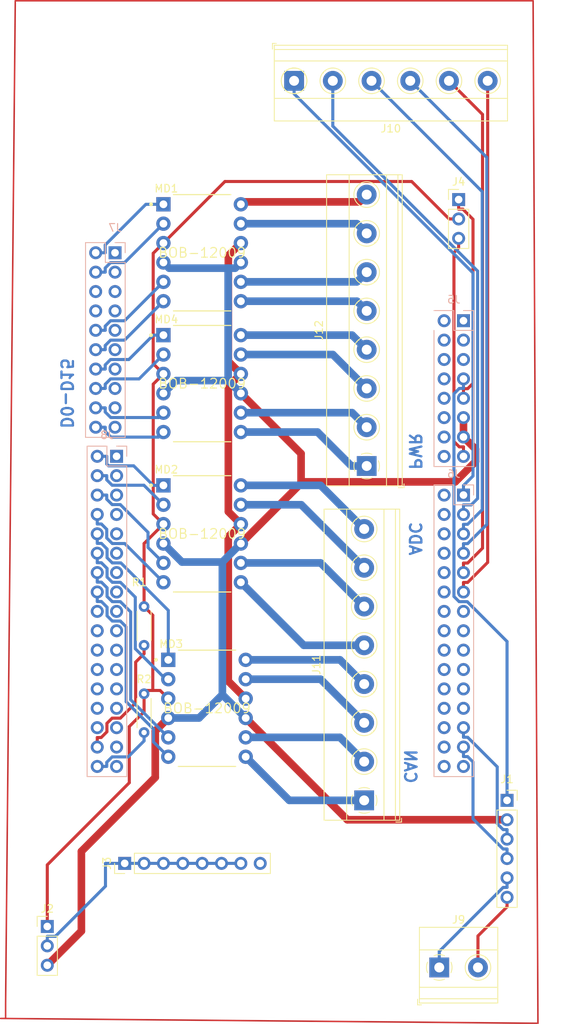
<source format=kicad_pcb>
(kicad_pcb (version 20211014) (generator pcbnew)
  (layers (0 "F.Cu" signal) (31 "B.Cu" signal) (34 "B.Paste" user) (35 "F.Paste" user) (36 "B.SilkS" user "B.Silkscreen") (37 "F.SilkS" user "F.Silkscreen") (38 "B.Mask" user) (39 "F.Mask" user) (44 "Edge.Cuts" user))
  (net 0 "")
  (net 1 "DI_13")
  (net 2 "DI_12")
  (net 3 "DI_15")
  (net 4 "DI_14")
  (net 5 "+3V3")
  (net 6 "GND")
  (net 7 "CAN_RD")
  (net 8 "CAN_TD")
  (net 9 "CAN_High")
  (net 10 "CAN_Low")
  (net 11 "+5V")
  (net 12 "AI_1")
  (net 13 "AI_2")
  (net 14 "AI_3")
  (net 15 "AI_4")
  (net 16 "AI_5")
  (net 17 "AI_6")
  (net 18 "DI_8")
  (net 19 "DI_9")
  (net 20 "DI_10")
  (net 21 "DI_11")
  (net 22 "SDA_2")
  (net 23 "SCL_2")
  (net 24 "Net-(J2-Pad2)")
  (net 25 "Net-(J4-Pad1)")
  (net 26 "Net-(J4-Pad3)")
  (net 29 "DI_0")
  (net 30 "DI_1")
  (net 31 "DI_2")
  (net 32 "DI_3")
  (net 33 "DI_4")
  (net 34 "DI_5")
  (net 35 "DI_6")
  (net 36 "DI_7")
  (net 37 "DI_Ext_8")
  (net 38 "DI_Ext_9")
  (net 39 "DI_Ext_10")
  (net 40 "DI_Ext_11")
  (net 41 "DI_Ext_12")
  (net 42 "DI_Ext_13")
  (net 43 "DI_Ext_14")
  (net 44 "DI_Ext_15")
  (net 45 "DI_Ext_0")
  (net 46 "DI_Ext_1")
  (net 47 "DI_Ext_2")
  (net 48 "DI_Ext_3")
  (net 49 "DI_Ext_4")
  (net 50 "DI_Ext_5")
  (net 51 "DI_Ext_6")
  (net 52 "DI_Ext_7")
  (net 53 "+12V")
  (footprint "TerminalBlock_Phoenix:TerminalBlock_Phoenix_MKDS-1,5-8-5.08_1x08_P5.08mm_Horizontal" (layer "F.Cu") (at 232.08 124.46 90)
    (fp_text reference "J11")
    (fp_text value "Screw_Terminal_01x08_GPIO_HV")
  )
  (footprint "Resistor_THT:R_Axial_DIN0204_L3.6mm_D1.6mm_P5.08mm_Horizontal" (layer "F.Cu") (at 203.2 99.06 -90)
    (fp_text reference "R1")
    (fp_text value "10k")
  )
  (footprint "TerminalBlock_Phoenix:TerminalBlock_Phoenix_MKDS-1,5-8-5.08_1x08_P5.08mm_Horizontal" (layer "F.Cu") (at 232.41 80.645 90)
    (fp_text reference "J12")
    (fp_text value "Screw_Terminal_01x08_GPIO_HV")
  )
  (footprint "Resistor_THT:R_Axial_DIN0204_L3.6mm_D1.6mm_P5.08mm_Horizontal" (layer "F.Cu") (at 203.2 110.49 -90)
    (fp_text reference "R2")
    (fp_text value "10k")
  )
  (footprint "TerminalBlock_Phoenix:TerminalBlock_Phoenix_MKDS-1,5-6-5.08_1x06_P5.08mm_Horizontal" (layer "F.Cu") (at 248.285 30.175 180)
    (fp_text reference "J10")
    (fp_text value "Screw_Terminal_01x06_ADC")
  )
  (footprint "Connector_PinSocket_2.54mm:PinSocket_1x06_P2.54mm_Vertical" (layer "F.Cu") (at 250.825 124.46)
    (fp_text reference "J1")
    (fp_text value "Conn_01x06_trans_can")
  )
  (footprint "eec:SparkFun-BOB-12009-MFG" (layer "F.Cu") (at 211.455 112.395)
    (fp_text reference "MD3")
    (fp_text value "BOB-12009")
  )
  (footprint "TerminalBlock_Phoenix:TerminalBlock_Phoenix_MKDS-1,5-2-5.08_1x02_P5.08mm_Horizontal" (layer "F.Cu") (at 241.93 146.355)
    (fp_text reference "J9")
    (fp_text value "Screw_Terminal_01x02_CAN")
  )
  (footprint "Connector_PinHeader_2.54mm:PinHeader_1x03_P2.54mm_Vertical" (layer "F.Cu") (at 244.475 45.735)
    (fp_text reference "J4")
    (fp_text value "Conn_01x03")
  )
  (footprint "eec:SparkFun-BOB-12009-MFG" (layer "F.Cu") (at 210.82 69.85)
    (fp_text reference "MD4")
    (fp_text value "BOB-12009")
  )
  (footprint "eec:SparkFun-BOB-12009-MFG" (layer "F.Cu") (at 210.82 52.705)
    (fp_text reference "MD1")
    (fp_text value "BOB-12009")
  )
  (footprint "Connector_PinHeader_2.54mm:PinHeader_1x03_P2.54mm_Vertical" (layer "F.Cu") (at 190.5 140.985)
    (fp_text reference "J2")
    (fp_text value "Conn_01x03")
  )
  (footprint "eec:SparkFun-BOB-12009-MFG" (layer "F.Cu") (at 210.82 89.535)
    (fp_text reference "MD2")
    (fp_text value "BOB-12009")
  )
  (footprint "Connector_PinHeader_2.54mm:PinHeader_1x08_P2.54mm_Vertical" (layer "F.Cu") (at 200.66 132.715 90)
    (fp_text reference "J3")
    (fp_text value "Conn_01x08_switchs")
  )
  (footprint "Connector_PinSocket_2.54mm:PinSocket_2x08_P2.54mm_Vertical" (layer "B.Cu") (at 242.57 61.61 180)
    (fp_text reference "J5")
    (fp_text value "Conn_02x08_NUCLEO-PWR")
  )
  (footprint "Connector_PinSocket_2.54mm:PinSocket_2x10_P2.54mm_Vertical" (layer "B.Cu") (at 198.12 52.451 180)
    (fp_text reference "J7")
    (fp_text value "Conn_02x10_D8-D15")
  )
  (footprint "Connector_PinSocket_2.54mm:PinSocket_2x17_P2.54mm_Vertical" (layer "B.Cu") (at 196.215 79.375 180)
    (fp_text reference "J8")
    (fp_text value "Conn_02x17_I2C_D0-D7")
  )
  (footprint "Connector_PinSocket_2.54mm:PinSocket_2x15_P2.54mm_Vertical" (layer "B.Cu") (at 242.57 84.455 180)
    (fp_text reference "J6")
    (fp_text value "Conn_02x15_CAN_AN1_AN6")
  )
  (gr_poly (pts (xy 254.88099 153.67) (xy 184.39599 153.035) (xy 185.03099 153.035) (xy 185.03099 151.13) (xy 186.30099 19.685) (xy 254.24599 19.685)) (layer "F.Cu") (width 0.2) (fill none))
  (gr_text "D0-D15" (at 193.04 71.12 -90) (layer "B.Cu") (effects (font (size 1.5 1.5) (thickness 0.3)) (justify mirror)))
  (gr_text "ADC\n" (at 238.76 90.17 -90) (layer "B.Cu") (effects (font (size 1.5 1.5) (thickness 0.3)) (justify mirror)))
  (gr_text "PWR\n" (at 238.76 78.74 -90) (layer "B.Cu") (effects (font (size 1.5 1.5) (thickness 0.3)) (justify mirror)))
  (gr_text "CAN" (at 238.125 120.015 -90) (layer "B.Cu") (effects (font (size 1.5 1.5) (thickness 0.3)) (justify mirror)))
  (segment (start 198.1003 62.865) (end 198.1003 62.3179) (width 0.4) (layer "B.Cu") (net 1))
  (segment (start 198.8035 61.6147) (end 200.6403 61.6147) (width 0.4) (layer "B.Cu") (net 1))
  (segment (start 198.1003 62.3179) (end 198.8035 61.6147) (width 0.4) (layer "B.Cu") (net 1))
  (segment (start 196.85 62.865) (end 198.1003 62.865) (width 0.4) (layer "B.Cu") (net 1))
  (segment (start 200.6403 61.6147) (end 205.74 56.515) (width 0.4) (layer "B.Cu") (net 1))
  (segment (start 196.85 65.405) (end 198.1003 65.405) (width 0.4) (layer "B.Cu") (net 2))
  (segment (start 200.6403 64.1547) (end 205.74 59.055) (width 0.4) (layer "B.Cu") (net 2))
  (segment (start 198.8035 64.1547) (end 200.6403 64.1547) (width 0.4) (layer "B.Cu") (net 2))
  (segment (start 198.1003 64.8579) (end 198.8035 64.1547) (width 0.4) (layer "B.Cu") (net 2))
  (segment (start 198.1003 65.405) (end 198.1003 64.8579) (width 0.4) (layer "B.Cu") (net 2))
  (segment (start 203.4344 46.355) (end 205.74 46.355) (width 0.4) (layer "B.Cu") (net 3))
  (segment (start 196.85 52.705) (end 198.1003 52.705) (width 0.4) (layer "B.Cu") (net 3))
  (segment (start 198.1003 52.705) (end 198.1003 51.6891) (width 0.4) (layer "B.Cu") (net 3))
  (segment (start 198.1003 51.6891) (end 203.4344 46.355) (width 0.4) (layer "B.Cu") (net 3))
  (segment (start 198.1003 54.6979) (end 198.8035 53.9947) (width 0.4) (layer "B.Cu") (net 4))
  (segment (start 198.8035 53.9947) (end 200.6403 53.9947) (width 0.4) (layer "B.Cu") (net 4))
  (segment (start 200.6403 53.9947) (end 205.74 48.895) (width 0.4) (layer "B.Cu") (net 4))
  (segment (start 198.1003 55.245) (end 198.1003 54.6979) (width 0.4) (layer "B.Cu") (net 4))
  (segment (start 196.85 55.245) (end 198.1003 55.245) (width 0.4) (layer "B.Cu") (net 4))
  (segment (start 245.6082 98.425) (end 250.825 103.6418) (width 0.4) (layer "B.Cu") (net 5))
  (segment (start 244.563 70.4803) (end 243.8596 71.1837) (width 0.4) (layer "B.Cu") (net 5))
  (segment (start 250.825 103.6418) (end 250.825 124.46) (width 0.4) (layer "B.Cu") (net 5))
  (segment (start 243.8596 71.1837) (end 243.8596 97.7408) (width 0.4) (layer "B.Cu") (net 5))
  (segment (start 245.11 69.23) (end 245.11 70.4803) (width 0.4) (layer "B.Cu") (net 5))
  (segment (start 244.5438 98.425) (end 245.6082 98.425) (width 0.4) (layer "B.Cu") (net 5))
  (segment (start 243.8596 97.7408) (end 244.5438 98.425) (width 0.4) (layer "B.Cu") (net 5))
  (segment (start 245.11 70.4803) (end 244.563 70.4803) (width 0.4) (layer "B.Cu") (net 5))
  (segment (start 229.87 127) (end 250.825 127) (width 1) (layer "F.Cu") (net 6))
  (segment (start 194.9763 141.5887) (end 194.9763 131.1439) (width 1) (layer "F.Cu") (net 6))
  (segment (start 215.9 90.805) (end 223.8004 82.9046) (width 1) (layer "F.Cu") (net 6))
  (segment (start 223.8004 82.7267) (end 244.0287 82.7267) (width 1) (layer "F.Cu") (net 6))
  (segment (start 204.6675 121.4527) (end 204.6675 115.3725) (width 1) (layer "F.Cu") (net 6))
  (segment (start 190.5 146.065) (end 194.9763 141.5887) (width 1) (layer "F.Cu") (net 6))
  (segment (start 216.535 113.665) (end 229.87 127) (width 1) (layer "F.Cu") (net 6))
  (segment (start 246.6979 78.4379) (end 245.11 76.85) (width 1) (layer "F.Cu") (net 6))
  (segment (start 204.6675 115.3725) (end 206.375 113.665) (width 1) (layer "F.Cu") (net 6))
  (segment (start 245.11 74.31) (end 245.11 75.8603) (width 1) (layer "F.Cu") (net 6))
  (segment (start 246.6979 80.0575) (end 246.6979 78.4379) (width 1) (layer "F.Cu") (net 6))
  (segment (start 244.0287 82.7267) (end 246.6979 80.0575) (width 1) (layer "F.Cu") (net 6))
  (segment (start 194.9763 131.1439) (end 204.6675 121.4527) (width 1) (layer "F.Cu") (net 6))
  (segment (start 245.11 76.85) (end 245.11 75.8603) (width 1) (layer "F.Cu") (net 6))
  (segment (start 223.8004 82.7267) (end 223.8004 79.0204) (width 1) (layer "F.Cu") (net 6))
  (segment (start 223.8004 79.0204) (end 215.9 71.12) (width 1) (layer "F.Cu") (net 6))
  (segment (start 223.8004 82.9046) (end 223.8004 82.7267) (width 1) (layer "F.Cu") (net 6))
  (segment (start 213.4749 93.2301) (end 215.9 90.805) (width 1) (layer "B.Cu") (net 6))
  (segment (start 208.1651 93.2301) (end 213.4749 93.2301) (width 1) (layer "B.Cu") (net 6))
  (segment (start 206.4899 54.7249) (end 205.74 53.975) (width 1) (layer "B.Cu") (net 6))
  (segment (start 215.9 71.12) (end 214.2331 69.4531) (width 1) (layer "B.Cu") (net 6))
  (segment (start 210.4148 113.665) (end 213.4749 110.6049) (width 1) (layer "B.Cu") (net 6))
  (segment (start 214.2331 69.4531) (end 214.2331 54.7249) (width 1) (layer "B.Cu") (net 6))
  (segment (start 213.4749 110.6049) (end 216.535 113.665) (width 1) (layer "B.Cu") (net 6))
  (segment (start 207.4069 69.4531) (end 205.74 71.12) (width 1) (layer "B.Cu") (net 6))
  (segment (start 213.4749 93.2301) (end 213.4749 110.6049) (width 1) (layer "B.Cu") (net 6))
  (segment (start 214.2331 54.7249) (end 206.4899 54.7249) (width 1) (layer "B.Cu") (net 6))
  (segment (start 214.2331 69.4531) (end 207.4069 69.4531) (width 1) (layer "B.Cu") (net 6))
  (segment (start 215.1501 54.7249) (end 214.2331 54.7249) (width 1) (layer "B.Cu") (net 6))
  (segment (start 215.9 53.975) (end 215.1501 54.7249) (width 1) (layer "B.Cu") (net 6))
  (segment (start 206.375 113.665) (end 210.4148 113.665) (width 1) (layer "B.Cu") (net 6))
  (segment (start 205.74 90.805) (end 208.1651 93.2301) (width 1) (layer "B.Cu") (net 6))
  (segment (start 245.11 114.935) (end 245.11 116.1853) (width 0.4) (layer "B.Cu") (net 7))
  (segment (start 249.5354 127.5182) (end 250.3069 128.2897) (width 0.4) (layer "B.Cu") (net 7))
  (segment (start 245.11 116.1853) (end 245.657 116.1853) (width 0.4) (layer "B.Cu") (net 7))
  (segment (start 245.657 116.1853) (end 249.5354 120.0637) (width 0.4) (layer "B.Cu") (net 7))
  (segment (start 250.3069 128.2897) (end 250.825 128.2897) (width 0.4) (layer "B.Cu") (net 7))
  (segment (start 250.825 129.54) (end 250.825 128.2897) (width 0.4) (layer "B.Cu") (net 7))
  (segment (start 249.5354 120.0637) (end 249.5354 127.5182) (width 0.4) (layer "B.Cu") (net 7))
  (segment (start 245.11 118.7253) (end 245.6571 118.7253) (width 0.4) (layer "B.Cu") (net 8))
  (segment (start 250.3069 130.8297) (end 250.825 130.8297) (width 0.4) (layer "B.Cu") (net 8))
  (segment (start 245.11 117.475) (end 245.11 118.7253) (width 0.4) (layer "B.Cu") (net 8))
  (segment (start 250.825 132.08) (end 250.825 130.8297) (width 0.4) (layer "B.Cu") (net 8))
  (segment (start 246.3603 119.4285) (end 246.3603 126.8831) (width 0.4) (layer "B.Cu") (net 8))
  (segment (start 246.3603 126.8831) (end 250.3069 130.8297) (width 0.4) (layer "B.Cu") (net 8))
  (segment (start 245.6571 118.7253) (end 246.3603 119.4285) (width 0.4) (layer "B.Cu") (net 8))
  (segment (start 250.825 134.62) (end 250.825 135.8703) (width 0.4) (layer "B.Cu") (net 9))
  (segment (start 250.3069 135.8703) (end 250.825 135.8703) (width 0.4) (layer "B.Cu") (net 9))
  (segment (start 241.93 144.2472) (end 250.3069 135.8703) (width 0.4) (layer "B.Cu") (net 9))
  (segment (start 241.93 146.355) (end 241.93 144.2472) (width 0.4) (layer "B.Cu") (net 9))
  (segment (start 250.825 137.16) (end 250.825 138.4103) (width 0.4) (layer "F.Cu") (net 10))
  (segment (start 247.01 142.2253) (end 250.825 138.4103) (width 0.4) (layer "F.Cu") (net 10))
  (segment (start 247.01 146.355) (end 247.01 142.2253) (width 0.4) (layer "F.Cu") (net 10))
  (segment (start 204.3996 86.9246) (end 204.3996 69.9204) (width 0.4) (layer "F.Cu") (net 11))
  (segment (start 203.2 99.06) (end 204.3466 100.2066) (width 0.4) (layer "F.Cu") (net 11))
  (segment (start 213.8081 43.3669) (end 238.3166 43.3669) (width 0.4) (layer "F.Cu") (net 11))
  (segment (start 190.5 132.9129) (end 201.2602 122.1527) (width 0.4) (layer "F.Cu") (net 11))
  (segment (start 205.3075 110.0575) (end 206.375 111.125) (width 0.4) (layer "F.Cu") (net 11))
  (segment (start 203.2 112.8441) (end 203.2 110.49) (width 0.4) (layer "F.Cu") (net 11))
  (segment (start 204.3996 69.9204) (end 205.74 68.58) (width 0.4) (layer "F.Cu") (net 11))
  (segment (start 244.475 48.275) (end 243.2247 48.275) (width 0.4) (layer "F.Cu") (net 11))
  (segment (start 201.2602 122.1527) (end 201.2602 114.7839) (width 0.4) (layer "F.Cu") (net 11))
  (segment (start 205.74 88.265) (end 204.3996 86.9246) (width 0.4) (layer "F.Cu") (net 11))
  (segment (start 238.3166 43.3669) (end 243.2247 48.275) (width 0.4) (layer "F.Cu") (net 11))
  (segment (start 203.6325 110.0575) (end 204.3466 110.0575) (width 0.4) (layer "F.Cu") (net 11))
  (segment (start 204.3948 67.2348) (end 204.3948 52.7802) (width 0.4) (layer "F.Cu") (net 11))
  (segment (start 203.2 110.49) (end 203.6325 110.0575) (width 0.4) (layer "F.Cu") (net 11))
  (segment (start 190.5 140.985) (end 190.5 132.9129) (width 0.4) (layer "F.Cu") (net 11))
  (segment (start 203.2 90.805) (end 205.74 88.265) (width 0.4) (layer "F.Cu") (net 11))
  (segment (start 204.3466 100.2066) (end 204.3466 110.0575) (width 0.4) (layer "F.Cu") (net 11))
  (segment (start 203.2 99.06) (end 203.2 90.805) (width 0.4) (layer "F.Cu") (net 11))
  (segment (start 205.74 51.435) (end 213.8081 43.3669) (width 0.4) (layer "F.Cu") (net 11))
  (segment (start 205.74 68.58) (end 204.3948 67.2348) (width 0.4) (layer "F.Cu") (net 11))
  (segment (start 201.2602 114.7839) (end 203.2 112.8441) (width 0.4) (layer "F.Cu") (net 11))
  (segment (start 204.3466 110.0575) (end 205.3075 110.0575) (width 0.4) (layer "F.Cu") (net 11))
  (segment (start 204.3948 52.7802) (end 205.74 51.435) (width 0.4) (layer "F.Cu") (net 11))
  (segment (start 222.885 31.8753) (end 246.3604 55.3507) (width 0.4) (layer "B.Cu") (net 12))
  (segment (start 246.3604 81.9543) (end 245.11 83.2047) (width 0.4) (layer "B.Cu") (net 12))
  (segment (start 222.885 30.175) (end 222.885 31.8753) (width 0.4) (layer "B.Cu") (net 12))
  (segment (start 246.3604 55.3507) (end 246.3604 81.9543) (width 0.4) (layer "B.Cu") (net 12))
  (segment (start 245.11 84.455) (end 245.11 83.2047) (width 0.4) (layer "B.Cu") (net 12))
  (segment (start 246.1259 85.7447) (end 246.966 84.9046) (width 0.4) (layer "B.Cu") (net 13))
  (segment (start 245.11 86.995) (end 245.11 85.7447) (width 0.4) (layer "B.Cu") (net 13))
  (segment (start 227.965 36.1062) (end 227.965 30.175) (width 0.4) (layer "B.Cu") (net 13))
  (segment (start 246.966 84.9046) (end 246.966 55.1072) (width 0.4) (layer "B.Cu") (net 13))
  (segment (start 246.966 55.1072) (end 227.965 36.1062) (width 0.4) (layer "B.Cu") (net 13))
  (segment (start 245.11 85.7447) (end 246.1259 85.7447) (width 0.4) (layer "B.Cu") (net 13))
  (segment (start 245.11 89.535) (end 245.11 88.2847) (width 0.4) (layer "B.Cu") (net 14))
  (segment (start 245.11 88.2847) (end 245.657 88.2847) (width 0.4) (layer "B.Cu") (net 14))
  (segment (start 247.5664 86.3753) (end 247.5664 44.6964) (width 0.4) (layer "B.Cu") (net 14))
  (segment (start 245.657 88.2847) (end 247.5664 86.3753) (width 0.4) (layer "B.Cu") (net 14))
  (segment (start 247.5664 44.6964) (end 233.045 30.175) (width 0.4) (layer "B.Cu") (net 14))
  (segment (start 245.657 90.8247) (end 248.1667 88.315) (width 0.4) (layer "B.Cu") (net 15))
  (segment (start 245.11 92.075) (end 245.11 90.8247) (width 0.4) (layer "B.Cu") (net 15))
  (segment (start 248.1667 88.315) (end 248.1667 40.2167) (width 0.4) (layer "B.Cu") (net 15))
  (segment (start 245.11 90.8247) (end 245.657 90.8247) (width 0.4) (layer "B.Cu") (net 15))
  (segment (start 248.1667 40.2167) (end 238.125 30.175) (width 0.4) (layer "B.Cu") (net 15))
  (segment (start 247.6098 91.4119) (end 247.6098 34.5798) (width 0.4) (layer "F.Cu") (net 16))
  (segment (start 247.6098 34.5798) (end 243.205 30.175) (width 0.4) (layer "F.Cu") (net 16))
  (segment (start 245.11 93.3647) (end 245.657 93.3647) (width 0.4) (layer "F.Cu") (net 16))
  (segment (start 245.11 94.615) (end 245.11 93.3647) (width 0.4) (layer "F.Cu") (net 16))
  (segment (start 245.657 93.3647) (end 247.6098 91.4119) (width 0.4) (layer "F.Cu") (net 16))
  (segment (start 245.657 95.9047) (end 248.285 93.2767) (width 0.4) (layer "F.Cu") (net 17))
  (segment (start 245.11 97.155) (end 245.11 95.9047) (width 0.4) (layer "F.Cu") (net 17))
  (segment (start 245.11 95.9047) (end 245.657 95.9047) (width 0.4) (layer "F.Cu") (net 17))
  (segment (start 248.285 93.2767) (end 248.285 30.175) (width 0.4) (layer "F.Cu") (net 17))
  (segment (start 198.1003 75.565) (end 198.1003 76.112) (width 0.4) (layer "B.Cu") (net 18))
  (segment (start 205.0784 76.8616) (end 205.74 76.2) (width 0.4) (layer "B.Cu") (net 18))
  (segment (start 196.85 75.565) (end 198.1003 75.565) (width 0.4) (layer "B.Cu") (net 18))
  (segment (start 198.8499 76.8616) (end 205.0784 76.8616) (width 0.4) (layer "B.Cu") (net 18))
  (segment (start 198.1003 76.112) (end 198.8499 76.8616) (width 0.4) (layer "B.Cu") (net 18))
  (segment (start 205.105 74.295) (end 205.74 73.66) (width 0.4) (layer "B.Cu") (net 19))
  (segment (start 198.1003 73.025) (end 198.1003 73.572) (width 0.4) (layer "B.Cu") (net 19))
  (segment (start 198.1003 73.572) (end 198.8233 74.295) (width 0.4) (layer "B.Cu") (net 19))
  (segment (start 198.8233 74.295) (end 205.105 74.295) (width 0.4) (layer "B.Cu") (net 19))
  (segment (start 196.85 73.025) (end 198.1003 73.025) (width 0.4) (layer "B.Cu") (net 19))
  (segment (start 198.1003 70.485) (end 198.1003 69.9379) (width 0.4) (layer "B.Cu") (net 20))
  (segment (start 196.85 70.485) (end 198.1003 70.485) (width 0.4) (layer "B.Cu") (net 20))
  (segment (start 202.5453 69.2347) (end 205.74 66.04) (width 0.4) (layer "B.Cu") (net 20))
  (segment (start 198.8035 69.2347) (end 202.5453 69.2347) (width 0.4) (layer "B.Cu") (net 20))
  (segment (start 198.1003 69.9379) (end 198.8035 69.2347) (width 0.4) (layer "B.Cu") (net 20))
  (segment (start 205.74 63.5) (end 204.3997 63.5) (width 0.4) (layer "B.Cu") (net 21))
  (segment (start 196.85 67.945) (end 198.1003 67.945) (width 0.4) (layer "B.Cu") (net 21))
  (segment (start 198.8035 66.6947) (end 201.205 66.6947) (width 0.4) (layer "B.Cu") (net 21))
  (segment (start 198.1003 67.945) (end 198.1003 67.3979) (width 0.4) (layer "B.Cu") (net 21))
  (segment (start 198.1003 67.3979) (end 198.8035 66.6947) (width 0.4) (layer "B.Cu") (net 21))
  (segment (start 201.205 66.6947) (end 204.3997 63.5) (width 0.4) (layer "B.Cu") (net 21))
  (segment (start 203.2 115.57) (end 203.2 116.6703) (width 0.4) (layer "B.Cu") (net 22))
  (segment (start 198.3053 119.4679) (end 199.0085 118.7647) (width 0.4) (layer "B.Cu") (net 22))
  (segment (start 201.1056 118.7647) (end 203.2 116.6703) (width 0.4) (layer "B.Cu") (net 22))
  (segment (start 198.3053 120.015) (end 198.3053 119.4679) (width 0.4) (layer "B.Cu") (net 22))
  (segment (start 199.0085 118.7647) (end 201.1056 118.7647) (width 0.4) (layer "B.Cu") (net 22))
  (segment (start 197.055 120.015) (end 198.3053 120.015) (width 0.4) (layer "B.Cu") (net 22))
  (segment (start 198.325 115.4728) (end 197.5731 116.2247) (width 0.4) (layer "F.Cu") (net 23))
  (segment (start 200.0917 113.6846) (end 199.0092 113.6846) (width 0.4) (layer "F.Cu") (net 23))
  (segment (start 202.0997 106.3406) (end 202.0997 111.6766) (width 0.4) (layer "F.Cu") (net 23))
  (segment (start 197.5731 116.2247) (end 197.055 116.2247) (width 0.4) (layer "F.Cu") (net 23))
  (segment (start 198.325 114.3688) (end 198.325 115.4728) (width 0.4) (layer "F.Cu") (net 23))
  (segment (start 199.0092 113.6846) (end 198.325 114.3688) (width 0.4) (layer "F.Cu") (net 23))
  (segment (start 203.2 105.2403) (end 202.0997 106.3406) (width 0.4) (layer "F.Cu") (net 23))
  (segment (start 197.055 117.475) (end 197.055 116.2247) (width 0.4) (layer "F.Cu") (net 23))
  (segment (start 202.0997 111.6766) (end 200.0917 113.6846) (width 0.4) (layer "F.Cu") (net 23))
  (segment (start 203.2 104.14) (end 203.2 105.2403) (width 0.4) (layer "F.Cu") (net 23))
  (segment (start 210.835 132.715) (end 208.295 132.715) (width 0.4) (layer "B.Cu") (net 24))
  (segment (start 215.915 132.715) (end 213.375 132.715) (width 0.4) (layer "B.Cu") (net 24))
  (segment (start 198.135 135.707) (end 191.5673 142.2747) (width 0.4) (layer "B.Cu") (net 24))
  (segment (start 200.675 132.715) (end 198.135 132.715) (width 0.4) (layer "B.Cu") (net 24))
  (segment (start 213.375 132.715) (end 210.835 132.715) (width 0.4) (layer "B.Cu") (net 24))
  (segment (start 208.295 132.715) (end 205.755 132.715) (width 0.4) (layer "B.Cu") (net 24))
  (segment (start 190.5 143.525) (end 190.5 142.2747) (width 0.4) (layer "B.Cu") (net 24))
  (segment (start 198.135 132.715) (end 198.135 135.707) (width 0.4) (layer "B.Cu") (net 24))
  (segment (start 205.755 132.715) (end 203.215 132.715) (width 0.4) (layer "B.Cu") (net 24))
  (segment (start 203.215 132.715) (end 200.675 132.715) (width 0.4) (layer "B.Cu") (net 24))
  (segment (start 191.5673 142.2747) (end 190.5 142.2747) (width 0.4) (layer "B.Cu") (net 24))
  (segment (start 244.475 45.735) (end 244.475 46.9853) (width 0.4) (layer "F.Cu") (net 25))
  (segment (start 245.11 70.5197) (end 245.657 70.5197) (width 0.4) (layer "F.Cu") (net 25))
  (segment (start 245.657 70.5197) (end 246.3606 69.8161) (width 0.4) (layer "F.Cu") (net 25))
  (segment (start 246.3606 48.3239) (end 245.022 46.9853) (width 0.4) (layer "F.Cu") (net 25))
  (segment (start 246.3606 69.8161) (end 246.3606 48.3239) (width 0.4) (layer "F.Cu") (net 25))
  (segment (start 245.022 46.9853) (end 244.475 46.9853) (width 0.4) (layer "F.Cu") (net 25))
  (segment (start 245.11 71.77) (end 245.11 70.5197) (width 0.4) (layer "F.Cu") (net 25))
  (segment (start 245.11 79.39) (end 245.11 78.1397) (width 0.4) (layer "F.Cu") (net 26))
  (segment (start 243.8596 52.6807) (end 244.475 52.0653) (width 0.4) (layer "F.Cu") (net 26))
  (segment (start 244.475 50.815) (end 244.475 52.0653) (width 0.4) (layer "F.Cu") (net 26))
  (segment (start 243.8596 77.4363) (end 243.8596 52.6807) (width 0.4) (layer "F.Cu") (net 26))
  (segment (start 245.11 78.1397) (end 244.563 78.1397) (width 0.4) (layer "F.Cu") (net 26))
  (segment (start 244.563 78.1397) (end 243.8596 77.4363) (width 0.4) (layer "F.Cu") (net 26))
  (segment (start 198.3446 100.2808) (end 199.0288 100.965) (width 0.4) (layer "B.Cu") (net 29))
  (segment (start 200.0932 100.965) (end 200.8453 101.7171) (width 0.4) (layer "B.Cu") (net 29))
  (segment (start 204.4332 115.1123) (end 204.4332 116.8032) (width 0.4) (layer "B.Cu") (net 29))
  (segment (start 199.0288 100.965) (end 200.0932 100.965) (width 0.4) (layer "B.Cu") (net 29))
  (segment (start 200.8453 101.7171) (end 200.8453 111.5244) (width 0.4) (layer "B.Cu") (net 29))
  (segment (start 200.8453 111.5244) (end 204.4332 115.1123) (width 0.4) (layer "B.Cu") (net 29))
  (segment (start 197.6011 98.4053) (end 198.3446 99.1488) (width 0.4) (layer "B.Cu") (net 29))
  (segment (start 198.3446 99.1488) (end 198.3446 100.2808) (width 0.4) (layer "B.Cu") (net 29))
  (segment (start 204.4332 116.8032) (end 206.375 118.745) (width 0.4) (layer "B.Cu") (net 29))
  (segment (start 197.055 98.4053) (end 197.6011 98.4053) (width 0.4) (layer "B.Cu") (net 29))
  (segment (start 197.055 97.155) (end 197.055 98.4053) (width 0.4) (layer "B.Cu") (net 29))
  (segment (start 201.4457 99.7775) (end 200.0932 98.425) (width 0.4) (layer "B.Cu") (net 30))
  (segment (start 206.375 116.205) (end 201.4457 111.2757) (width 0.4) (layer "B.Cu") (net 30))
  (segment (start 199.0288 98.425) (end 198.3446 97.7408) (width 0.4) (layer "B.Cu") (net 30))
  (segment (start 198.3446 96.6088) (end 197.6011 95.8653) (width 0.4) (layer "B.Cu") (net 30))
  (segment (start 197.055 94.615) (end 197.055 95.8653) (width 0.4) (layer "B.Cu") (net 30))
  (segment (start 198.3446 97.7408) (end 198.3446 96.6088) (width 0.4) (layer "B.Cu") (net 30))
  (segment (start 201.4457 111.2757) (end 201.4457 99.7775) (width 0.4) (layer "B.Cu") (net 30))
  (segment (start 200.0932 98.425) (end 199.0288 98.425) (width 0.4) (layer "B.Cu") (net 30))
  (segment (start 197.6011 95.8653) (end 197.055 95.8653) (width 0.4) (layer "B.Cu") (net 30))
  (segment (start 202.046 97.8378) (end 200.0932 95.885) (width 0.4) (layer "B.Cu") (net 31))
  (segment (start 200.0932 95.885) (end 199.0288 95.885) (width 0.4) (layer "B.Cu") (net 31))
  (segment (start 202.046 104.5865) (end 202.046 97.8378) (width 0.4) (layer "B.Cu") (net 31))
  (segment (start 198.3446 94.0688) (end 197.6011 93.3253) (width 0.4) (layer "B.Cu") (net 31))
  (segment (start 198.3446 95.2008) (end 198.3446 94.0688) (width 0.4) (layer "B.Cu") (net 31))
  (segment (start 197.6011 93.3253) (end 197.055 93.3253) (width 0.4) (layer "B.Cu") (net 31))
  (segment (start 206.375 108.585) (end 206.0445 108.585) (width 0.4) (layer "B.Cu") (net 31))
  (segment (start 199.0288 95.885) (end 198.3446 95.2008) (width 0.4) (layer "B.Cu") (net 31))
  (segment (start 197.055 92.075) (end 197.055 93.3253) (width 0.4) (layer "B.Cu") (net 31))
  (segment (start 206.0445 108.585) (end 202.046 104.5865) (width 0.4) (layer "B.Cu") (net 31))
  (segment (start 197.055 90.7853) (end 197.6075 90.7853) (width 0.4) (layer "B.Cu") (net 32))
  (segment (start 200.1591 93.345) (end 206.375 99.5609) (width 0.4) (layer "B.Cu") (net 32))
  (segment (start 197.055 89.535) (end 197.055 90.7853) (width 0.4) (layer "B.Cu") (net 32))
  (segment (start 206.375 99.5609) (end 206.375 106.045) (width 0.4) (layer "B.Cu") (net 32))
  (segment (start 199.0288 93.345) (end 200.1591 93.345) (width 0.4) (layer "B.Cu") (net 32))
  (segment (start 197.6075 90.7853) (end 198.3446 91.5224) (width 0.4) (layer "B.Cu") (net 32))
  (segment (start 198.3446 91.5224) (end 198.3446 92.6608) (width 0.4) (layer "B.Cu") (net 32))
  (segment (start 198.3446 92.6608) (end 199.0288 93.345) (width 0.4) (layer "B.Cu") (net 32))
  (segment (start 200.66 90.805) (end 205.74 95.885) (width 0.4) (layer "B.Cu") (net 33))
  (segment (start 198.3053 88.9485) (end 198.3053 90.0815) (width 0.4) (layer "B.Cu") (net 33))
  (segment (start 197.055 86.995) (end 197.055 88.2453) (width 0.4) (layer "B.Cu") (net 33))
  (segment (start 197.6021 88.2453) (end 198.3053 88.9485) (width 0.4) (layer "B.Cu") (net 33))
  (segment (start 198.3053 90.0815) (end 199.0288 90.805) (width 0.4) (layer "B.Cu") (net 33))
  (segment (start 199.0288 90.805) (end 200.66 90.805) (width 0.4) (layer "B.Cu") (net 33))
  (segment (start 197.055 88.2453) (end 197.6021 88.2453) (width 0.4) (layer "B.Cu") (net 33))
  (segment (start 200.086 85.7053) (end 203.7169 89.3362) (width 0.4) (layer "B.Cu") (net 34))
  (segment (start 197.055 84.455) (end 198.3053 84.455) (width 0.4) (layer "B.Cu") (net 34))
  (segment (start 203.7169 91.3219) (end 205.74 93.345) (width 0.4) (layer "B.Cu") (net 34))
  (segment (start 199.0085 85.7053) (end 200.086 85.7053) (width 0.4) (layer "B.Cu") (net 34))
  (segment (start 203.7169 89.3362) (end 203.7169 91.3219) (width 0.4) (layer "B.Cu") (net 34))
  (segment (start 198.3053 84.455) (end 198.3053 85.0021) (width 0.4) (layer "B.Cu") (net 34))
  (segment (start 198.3053 85.0021) (end 199.0085 85.7053) (width 0.4) (layer "B.Cu") (net 34))
  (segment (start 198.3053 81.915) (end 198.3053 82.4621) (width 0.4) (layer "B.Cu") (net 35))
  (segment (start 199.0085 83.1653) (end 203.1803 83.1653) (width 0.4) (layer "B.Cu") (net 35))
  (segment (start 197.055 81.915) (end 198.3053 81.915) (width 0.4) (layer "B.Cu") (net 35))
  (segment (start 203.1803 83.1653) (end 205.74 85.725) (width 0.4) (layer "B.Cu") (net 35))
  (segment (start 198.3053 82.4621) (end 199.0085 83.1653) (width 0.4) (layer "B.Cu") (net 35))
  (segment (start 205.74 83.185) (end 204.3997 83.185) (width 0.4) (layer "B.Cu") (net 36))
  (segment (start 198.5397 80.6253) (end 201.84 80.6253) (width 0.4) (layer "B.Cu") (net 36))
  (segment (start 197.055 79.375) (end 198.3053 79.375) (width 0.4) (layer "B.Cu") (net 36))
  (segment (start 201.84 80.6253) (end 204.3997 83.185) (width 0.4) (layer "B.Cu") (net 36))
  (segment (start 198.3053 79.375) (end 198.3053 80.3909) (width 0.4) (layer "B.Cu") (net 36))
  (segment (start 198.3053 80.3909) (end 198.5397 80.6253) (width 0.4) (layer "B.Cu") (net 36))
  (segment (start 232.41 80.645) (end 230.4097 80.645) (width 1) (layer "B.Cu") (net 37))
  (segment (start 225.9647 76.2) (end 230.4097 80.645) (width 1) (layer "B.Cu") (net 37))
  (segment (start 215.9 76.2) (end 225.9647 76.2) (width 1) (layer "B.Cu") (net 37))
  (segment (start 215.9 73.66) (end 230.505 73.66) (width 1) (layer "B.Cu") (net 38))
  (segment (start 230.505 73.66) (end 232.41 75.565) (width 1) (layer "B.Cu") (net 38))
  (segment (start 227.965 66.04) (end 232.41 70.485) (width 1) (layer "B.Cu") (net 39))
  (segment (start 215.9 66.04) (end 227.965 66.04) (width 1) (layer "B.Cu") (net 39))
  (segment (start 215.9 63.5) (end 230.505 63.5) (width 1) (layer "B.Cu") (net 40))
  (segment (start 230.505 63.5) (end 232.41 65.405) (width 1) (layer "B.Cu") (net 40))
  (segment (start 215.9 59.055) (end 231.14 59.055) (width 1) (layer "B.Cu") (net 41))
  (segment (start 231.14 59.055) (end 232.41 60.325) (width 1) (layer "B.Cu") (net 41))
  (segment (start 215.9 56.515) (end 215.9 55.88) (width 0.25) (layer "F.Cu") (net 42))
  (segment (start 231.14 56.515) (end 232.41 55.245) (width 1) (layer "B.Cu") (net 42))
  (segment (start 215.9 56.515) (end 231.14 56.515) (width 1) (layer "B.Cu") (net 42))
  (segment (start 231.14 48.895) (end 232.41 50.165) (width 1) (layer "B.Cu") (net 43))
  (segment (start 215.9 48.895) (end 231.14 48.895) (width 1) (layer "B.Cu") (net 43))
  (segment (start 215.9 46.355) (end 215.9 46.0375) (width 0.25) (layer "F.Cu") (net 44))
  (segment (start 231.4575 46.0375) (end 232.41 45.085) (width 1) (layer "F.Cu") (net 44))
  (segment (start 215.9 46.0375) (end 231.4575 46.0375) (width 1) (layer "F.Cu") (net 44))
  (segment (start 215.9 46.0375) (end 215.9 45.72) (width 0.25) (layer "F.Cu") (net 44))
  (segment (start 216.535 118.745) (end 222.25 124.46) (width 1) (layer "B.Cu") (net 45))
  (segment (start 222.25 124.46) (end 232.08 124.46) (width 1) (layer "B.Cu") (net 45))
  (segment (start 228.905 116.205) (end 232.08 119.38) (width 1) (layer "B.Cu") (net 46))
  (segment (start 216.535 116.205) (end 228.905 116.205) (width 1) (layer "B.Cu") (net 46))
  (segment (start 216.535 108.585) (end 226.365 108.585) (width 1) (layer "B.Cu") (net 47))
  (segment (start 226.365 108.585) (end 232.08 114.3) (width 1) (layer "B.Cu") (net 47))
  (segment (start 228.905 106.045) (end 232.08 109.22) (width 1) (layer "B.Cu") (net 48))
  (segment (start 216.535 106.045) (end 228.905 106.045) (width 1) (layer "B.Cu") (net 48))
  (segment (start 224.155 104.14) (end 232.08 104.14) (width 1) (layer "B.Cu") (net 49))
  (segment (start 215.9 95.885) (end 224.155 104.14) (width 1) (layer "B.Cu") (net 49))
  (segment (start 226.365 93.345) (end 232.08 99.06) (width 1) (layer "B.Cu") (net 50))
  (segment (start 215.9 93.345) (end 226.365 93.345) (width 1) (layer "B.Cu") (net 50))
  (segment (start 223.825 85.725) (end 232.08 93.98) (width 1) (layer "B.Cu") (net 51))
  (segment (start 215.9 85.725) (end 223.825 85.725) (width 1) (layer "B.Cu") (net 51))
  (segment (start 226.365 83.185) (end 232.08 88.9) (width 1) (layer "B.Cu") (net 52))
  (segment (start 215.9 83.185) (end 226.365 83.185) (width 1) (layer "B.Cu") (net 52))
  (segment (start 214.2596 70.2204) (end 215.9 68.58) (width 1) (layer "F.Cu") (net 53))
  (segment (start 214.2596 66.9396) (end 215.9 68.58) (width 1) (layer "F.Cu") (net 53))
  (segment (start 214.2463 89.9187) (end 214.2463 108.8363) (width 1) (layer "F.Cu") (net 53))
  (segment (start 215.9 88.265) (end 214.2596 86.6246) (width 1) (layer "F.Cu") (net 53))
  (segment (start 214.2463 108.8363) (end 216.535 111.125) (width 1) (layer "F.Cu") (net 53))
  (segment (start 214.2596 86.6246) (end 214.2596 70.2204) (width 1) (layer "F.Cu") (net 53))
  (segment (start 215.9 51.435) (end 214.2596 53.0754) (width 1) (layer "F.Cu") (net 53))
  (segment (start 215.9 88.265) (end 214.2463 89.9187) (width 1) (layer "F.Cu") (net 53))
  (segment (start 214.2596 53.0754) (end 214.2596 66.9396) (width 1) (layer "F.Cu") (net 53))
)
</source>
